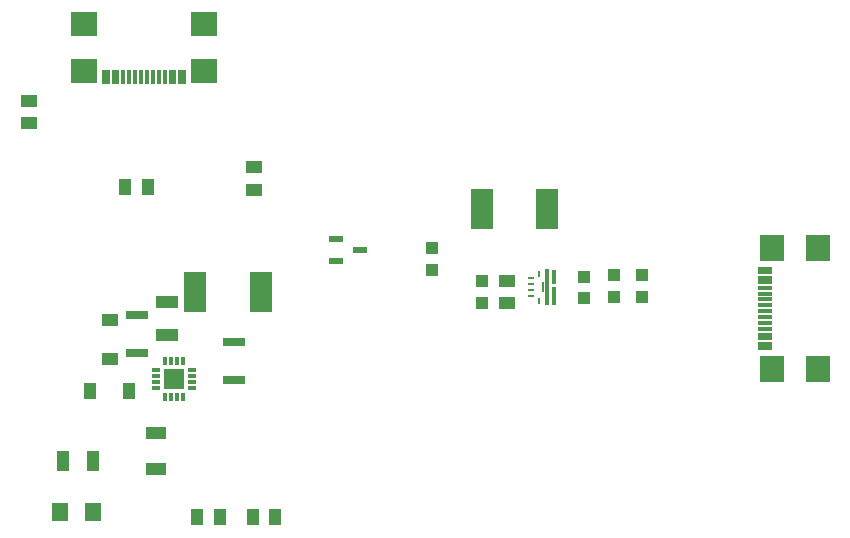
<source format=gtp>
G04*
G04 #@! TF.GenerationSoftware,Altium Limited,Altium Designer,22.3.1 (43)*
G04*
G04 Layer_Color=8421504*
%FSLAX23Y23*%
%MOIN*%
G70*
G04*
G04 #@! TF.SameCoordinates,09264033-3090-4D32-8FBF-651452AD9D60*
G04*
G04*
G04 #@! TF.FilePolarity,Positive*
G04*
G01*
G75*
%ADD14R,0.079X0.086*%
%ADD15R,0.045X0.012*%
%ADD16R,0.006X0.038*%
%ADD17R,0.017X0.063*%
%ADD18R,0.010X0.024*%
%ADD19R,0.024X0.010*%
%ADD20R,0.017X0.120*%
%ADD21R,0.017X0.049*%
%ADD22R,0.012X0.045*%
%ADD23R,0.086X0.079*%
%ADD24R,0.069X0.069*%
%ADD25R,0.012X0.031*%
%ADD26R,0.031X0.012*%
%ADD27R,0.057X0.039*%
%ADD28R,0.055X0.039*%
%ADD29R,0.039X0.055*%
%ADD30R,0.041X0.071*%
%ADD31R,0.071X0.041*%
%ADD32R,0.051X0.024*%
%ADD33R,0.073X0.134*%
%ADD34R,0.055X0.059*%
%ADD35R,0.041X0.041*%
%ADD36R,0.076X0.030*%
%ADD37R,0.072X0.040*%
%ADD38R,0.043X0.053*%
%ADD39R,0.053X0.043*%
D14*
X2978Y1196D02*
D03*
Y794D02*
D03*
X3133Y1196D02*
D03*
Y794D02*
D03*
D15*
X2955Y875D02*
D03*
Y906D02*
D03*
Y926D02*
D03*
Y965D02*
D03*
Y1025D02*
D03*
Y1064D02*
D03*
Y1084D02*
D03*
Y1115D02*
D03*
Y1127D02*
D03*
Y1095D02*
D03*
Y1044D02*
D03*
Y1005D02*
D03*
Y985D02*
D03*
Y946D02*
D03*
Y895D02*
D03*
Y863D02*
D03*
D16*
X2215Y1065D02*
D03*
D17*
X2250Y1036D02*
D03*
D18*
X2201Y1020D02*
D03*
Y1110D02*
D03*
D19*
X2175Y1035D02*
D03*
Y1055D02*
D03*
Y1075D02*
D03*
Y1095D02*
D03*
D20*
X2227Y1065D02*
D03*
D21*
X2250Y1100D02*
D03*
D22*
X1017Y1765D02*
D03*
X985D02*
D03*
X934D02*
D03*
X895D02*
D03*
X875D02*
D03*
X836D02*
D03*
X785D02*
D03*
X753D02*
D03*
X765D02*
D03*
X796D02*
D03*
X816D02*
D03*
X855D02*
D03*
X915D02*
D03*
X954D02*
D03*
X974D02*
D03*
X1005D02*
D03*
D23*
X1086Y1943D02*
D03*
X684D02*
D03*
X1086Y1788D02*
D03*
X684D02*
D03*
D24*
X985Y760D02*
D03*
D25*
X955Y819D02*
D03*
X975D02*
D03*
X995D02*
D03*
X1015D02*
D03*
Y701D02*
D03*
X995D02*
D03*
X975D02*
D03*
X955D02*
D03*
D26*
X1044Y790D02*
D03*
Y770D02*
D03*
Y750D02*
D03*
Y730D02*
D03*
X926D02*
D03*
Y750D02*
D03*
Y770D02*
D03*
Y790D02*
D03*
D27*
X2095Y1087D02*
D03*
Y1013D02*
D03*
D28*
X1250Y1390D02*
D03*
Y1465D02*
D03*
X500Y1687D02*
D03*
Y1613D02*
D03*
D29*
X1322Y300D02*
D03*
X1248D02*
D03*
X1137D02*
D03*
X1063D02*
D03*
X897Y1400D02*
D03*
X823D02*
D03*
D30*
X615Y485D02*
D03*
X715D02*
D03*
D31*
X925Y579D02*
D03*
Y461D02*
D03*
D32*
X1606Y1190D02*
D03*
X1524Y1153D02*
D03*
Y1227D02*
D03*
D33*
X2229Y1325D02*
D03*
X2011D02*
D03*
X1056Y1050D02*
D03*
X1274D02*
D03*
D34*
X715Y315D02*
D03*
X605D02*
D03*
D35*
X2545Y1106D02*
D03*
Y1034D02*
D03*
X2450Y1106D02*
D03*
Y1034D02*
D03*
X2350Y1101D02*
D03*
Y1029D02*
D03*
X2010Y1086D02*
D03*
Y1014D02*
D03*
X1845Y1124D02*
D03*
Y1196D02*
D03*
D36*
X1185Y758D02*
D03*
Y882D02*
D03*
X860Y972D02*
D03*
Y848D02*
D03*
D37*
X960Y1015D02*
D03*
Y905D02*
D03*
D38*
X835Y720D02*
D03*
X705D02*
D03*
D39*
X770Y955D02*
D03*
Y825D02*
D03*
M02*

</source>
